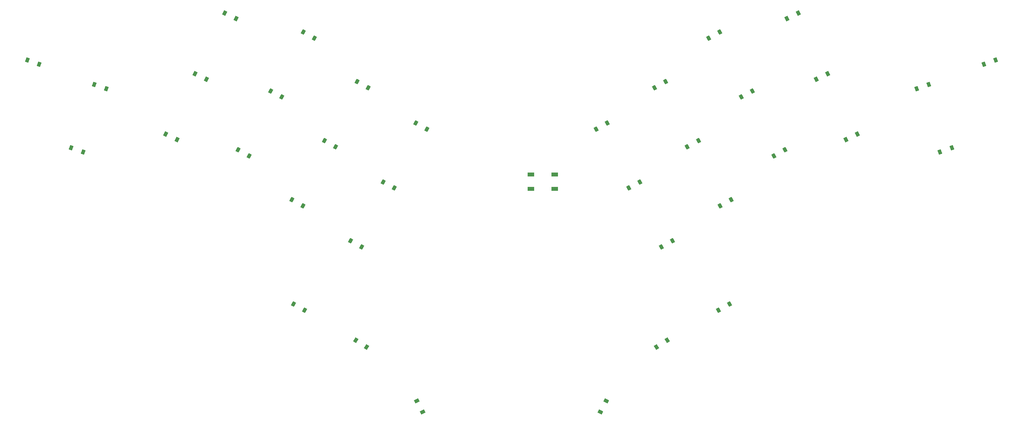
<source format=gbr>
%TF.GenerationSoftware,KiCad,Pcbnew,8.0.2-1*%
%TF.CreationDate,2024-06-17T15:58:38+09:00*%
%TF.ProjectId,tolkeeb_zero,746f6c6b-6565-4625-9f7a-65726f2e6b69,v1.0.0*%
%TF.SameCoordinates,Original*%
%TF.FileFunction,Paste,Top*%
%TF.FilePolarity,Positive*%
%FSLAX46Y46*%
G04 Gerber Fmt 4.6, Leading zero omitted, Abs format (unit mm)*
G04 Created by KiCad (PCBNEW 8.0.2-1) date 2024-06-17 15:58:38*
%MOMM*%
%LPD*%
G01*
G04 APERTURE LIST*
G04 Aperture macros list*
%AMRotRect*
0 Rectangle, with rotation*
0 The origin of the aperture is its center*
0 $1 length*
0 $2 width*
0 $3 Rotation angle, in degrees counterclockwise*
0 Add horizontal line*
21,1,$1,$2,0,0,$3*%
G04 Aperture macros list end*
%ADD10R,1.800000X1.100000*%
%ADD11RotRect,0.900000X1.200000X209.000000*%
%ADD12RotRect,0.900000X1.200000X148.000000*%
%ADD13RotRect,0.900000X1.200000X151.000000*%
%ADD14RotRect,0.900000X1.200000X118.000000*%
%ADD15RotRect,0.900000X1.200000X160.000000*%
%ADD16RotRect,0.900000X1.200000X206.000000*%
%ADD17RotRect,0.900000X1.200000X212.000000*%
%ADD18RotRect,0.900000X1.200000X242.000000*%
%ADD19RotRect,0.900000X1.200000X154.000000*%
%ADD20RotRect,0.900000X1.200000X200.000000*%
G04 APERTURE END LIST*
D10*
%TO.C,B1*%
X155427541Y-145446987D03*
X161627541Y-145446987D03*
X155427541Y-149146987D03*
X161627541Y-149146987D03*
%TD*%
D11*
%TO.C,D29*%
X183719763Y-147356627D03*
X180833517Y-148956499D03*
%TD*%
%TO.C,D27*%
X190446441Y-121332563D03*
X187560195Y-122932435D03*
%TD*%
D12*
%TO.C,D32*%
X112781894Y-190224194D03*
X109983336Y-188475458D03*
%TD*%
D13*
%TO.C,D31*%
X96685811Y-180642620D03*
X93799565Y-179042748D03*
%TD*%
D14*
%TO.C,D33*%
X127344284Y-207092793D03*
X125795028Y-204179069D03*
%TD*%
D15*
%TO.C,D1*%
X27784780Y-116838246D03*
X24683794Y-115709580D03*
%TD*%
D16*
%TO.C,D19*%
X240207094Y-134971045D03*
X237241072Y-136417667D03*
%TD*%
D17*
%TO.C,D35*%
X190816667Y-188475457D03*
X188018109Y-190224193D03*
%TD*%
D13*
%TO.C,D11*%
X104755639Y-138238281D03*
X101869393Y-136638409D03*
%TD*%
D18*
%TO.C,D36*%
X175004975Y-204179068D03*
X173455719Y-207092796D03*
%TD*%
D19*
%TO.C,D5*%
X71230428Y-120688770D03*
X68264406Y-119242148D03*
%TD*%
D13*
%TO.C,D12*%
X113239810Y-122932434D03*
X110353564Y-121332562D03*
%TD*%
D20*
%TO.C,D16*%
X276116208Y-115709575D03*
X273015220Y-116838243D03*
%TD*%
D11*
%TO.C,D30*%
X175235595Y-132050782D03*
X172349349Y-133650654D03*
%TD*%
%TO.C,D23*%
X212929429Y-123733641D03*
X210043183Y-125333513D03*
%TD*%
D15*
%TO.C,D2*%
X39183740Y-139610235D03*
X36082754Y-138481569D03*
%TD*%
D11*
%TO.C,D25*%
X207414776Y-151944253D03*
X204528530Y-153544125D03*
%TD*%
D20*
%TO.C,D17*%
X264717249Y-138481571D03*
X261616261Y-139610239D03*
%TD*%
D13*
%TO.C,D13*%
X111482318Y-164262342D03*
X108596072Y-162662470D03*
%TD*%
%TO.C,D7*%
X82272651Y-140639356D03*
X79386405Y-139039484D03*
%TD*%
D16*
%TO.C,D21*%
X224864101Y-103513252D03*
X221898079Y-104959874D03*
%TD*%
D13*
%TO.C,D15*%
X128450653Y-133650654D03*
X125564407Y-132050782D03*
%TD*%
D11*
%TO.C,D22*%
X221413598Y-139039488D03*
X218527352Y-140639360D03*
%TD*%
%TO.C,D24*%
X204445261Y-108427796D03*
X201559015Y-110027668D03*
%TD*%
%TO.C,D34*%
X207000437Y-179042746D03*
X204114191Y-180642618D03*
%TD*%
D20*
%TO.C,D18*%
X258731897Y-122036949D03*
X255630909Y-123165617D03*
%TD*%
D19*
%TO.C,D4*%
X63558931Y-136417665D03*
X60592909Y-134971043D03*
%TD*%
D13*
%TO.C,D8*%
X90756819Y-125333515D03*
X87870573Y-123733643D03*
%TD*%
%TO.C,D9*%
X99240986Y-110027669D03*
X96354740Y-108427797D03*
%TD*%
D11*
%TO.C,D26*%
X198930610Y-136638408D03*
X196044364Y-138238280D03*
%TD*%
D13*
%TO.C,D10*%
X96271471Y-153544127D03*
X93385225Y-151944255D03*
%TD*%
D11*
%TO.C,D28*%
X192203932Y-162662472D03*
X189317686Y-164262344D03*
%TD*%
D19*
%TO.C,D6*%
X78901922Y-104959874D03*
X75935900Y-103513252D03*
%TD*%
D16*
%TO.C,D20*%
X232535597Y-119242147D03*
X229569575Y-120688769D03*
%TD*%
D15*
%TO.C,D3*%
X45169094Y-123165617D03*
X42068108Y-122036951D03*
%TD*%
D13*
%TO.C,D14*%
X119966484Y-148956497D03*
X117080238Y-147356625D03*
%TD*%
M02*

</source>
